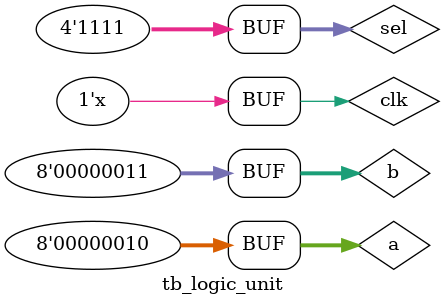
<source format=v>
`timescale 1ns / 1ps


module tb_logic_unit;

	// Inputs
	reg [7:0] a;
	reg [7:0] b;
	reg clk;
	reg [3:0] sel;

	// Outputs
	wire [7:0] c;

	// Instantiate the Unit Under Test (UUT)
	logic_unit uut (
		.a(a), 
		.b(b), 
		.clk(clk), 
		.sel(sel), 
		.c(c)
	);

	initial clk = 1;
	always #10 clk =~clk;
	
	initial begin
		// Initialize Inputs
		a = 2;
		b = 3;

		// Wait 100 ns for global reset to finish
      sel = 8;
		#100;
      sel = 9;
		#100;
      sel = 10;
		#100;
      sel = 11;
		#100;
      sel = 12;
		#100;
      sel = 13;
		#100;
      sel = 14;
		#100
		sel = 15;
		// Add stimulus here

	end
      
endmodule


</source>
